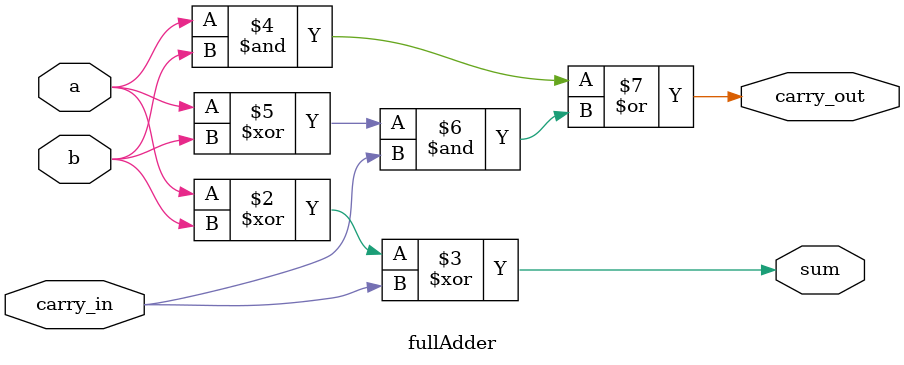
<source format=v>
`timescale 1ns / 1ps
module fullAdder(
    input carry_in,
    input a,
    input b,
    output reg sum,
    output reg carry_out
    );

	always @(a or b or carry_in)
	begin 

	sum = a ^ b ^ carry_in;
	
	carry_out = a&b | (a^b) & carry_in;
	
  end

endmodule

</source>
